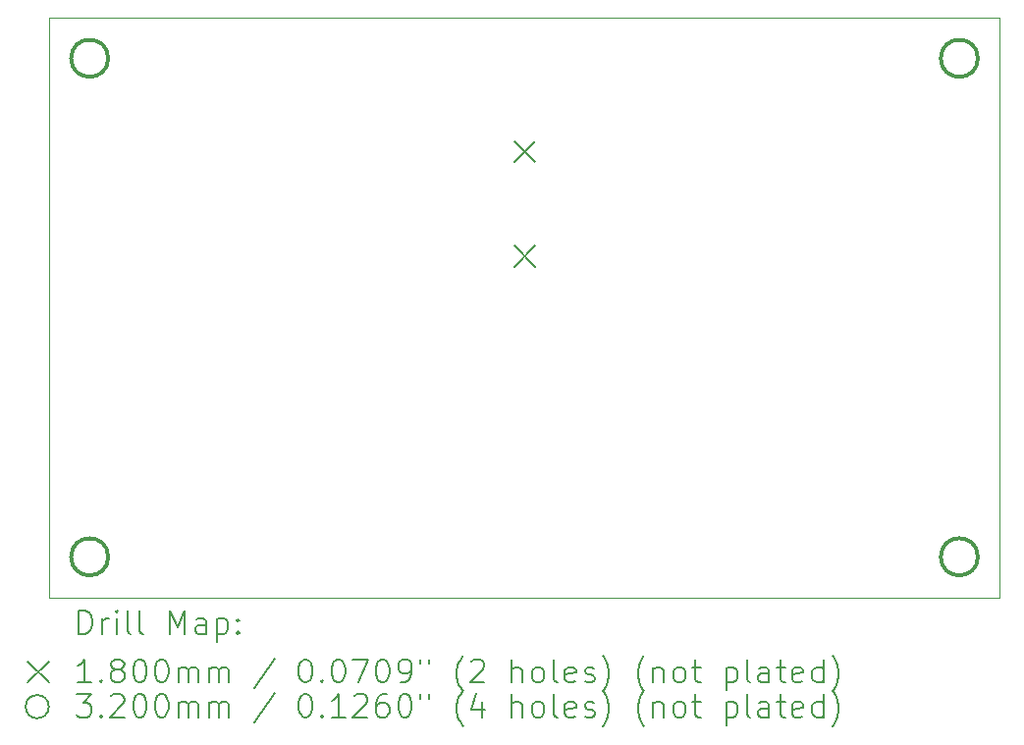
<source format=gbr>
%TF.GenerationSoftware,KiCad,Pcbnew,8.0.5*%
%TF.CreationDate,2025-02-08T21:50:04+08:00*%
%TF.ProjectId,arduino_solar_bikelight_2,61726475-696e-46f5-9f73-6f6c61725f62,rev?*%
%TF.SameCoordinates,Original*%
%TF.FileFunction,Drillmap*%
%TF.FilePolarity,Positive*%
%FSLAX45Y45*%
G04 Gerber Fmt 4.5, Leading zero omitted, Abs format (unit mm)*
G04 Created by KiCad (PCBNEW 8.0.5) date 2025-02-08 21:50:04*
%MOMM*%
%LPD*%
G01*
G04 APERTURE LIST*
%ADD10C,0.050000*%
%ADD11C,0.200000*%
%ADD12C,0.180000*%
%ADD13C,0.320000*%
G04 APERTURE END LIST*
D10*
X12266500Y-3683000D02*
X20466500Y-3683000D01*
X20466500Y-8683000D01*
X12266500Y-8683000D01*
X12266500Y-3683000D01*
D11*
D12*
X16276500Y-4749500D02*
X16456500Y-4929500D01*
X16456500Y-4749500D02*
X16276500Y-4929500D01*
X16276500Y-5649500D02*
X16456500Y-5829500D01*
X16456500Y-5649500D02*
X16276500Y-5829500D01*
D13*
X12776500Y-4033000D02*
G75*
G02*
X12456500Y-4033000I-160000J0D01*
G01*
X12456500Y-4033000D02*
G75*
G02*
X12776500Y-4033000I160000J0D01*
G01*
X12776500Y-8333000D02*
G75*
G02*
X12456500Y-8333000I-160000J0D01*
G01*
X12456500Y-8333000D02*
G75*
G02*
X12776500Y-8333000I160000J0D01*
G01*
X20276500Y-4033000D02*
G75*
G02*
X19956500Y-4033000I-160000J0D01*
G01*
X19956500Y-4033000D02*
G75*
G02*
X20276500Y-4033000I160000J0D01*
G01*
X20276500Y-8333000D02*
G75*
G02*
X19956500Y-8333000I-160000J0D01*
G01*
X19956500Y-8333000D02*
G75*
G02*
X20276500Y-8333000I160000J0D01*
G01*
D11*
X12524777Y-8996984D02*
X12524777Y-8796984D01*
X12524777Y-8796984D02*
X12572396Y-8796984D01*
X12572396Y-8796984D02*
X12600967Y-8806508D01*
X12600967Y-8806508D02*
X12620015Y-8825555D01*
X12620015Y-8825555D02*
X12629539Y-8844603D01*
X12629539Y-8844603D02*
X12639062Y-8882698D01*
X12639062Y-8882698D02*
X12639062Y-8911270D01*
X12639062Y-8911270D02*
X12629539Y-8949365D01*
X12629539Y-8949365D02*
X12620015Y-8968412D01*
X12620015Y-8968412D02*
X12600967Y-8987460D01*
X12600967Y-8987460D02*
X12572396Y-8996984D01*
X12572396Y-8996984D02*
X12524777Y-8996984D01*
X12724777Y-8996984D02*
X12724777Y-8863650D01*
X12724777Y-8901746D02*
X12734301Y-8882698D01*
X12734301Y-8882698D02*
X12743824Y-8873174D01*
X12743824Y-8873174D02*
X12762872Y-8863650D01*
X12762872Y-8863650D02*
X12781920Y-8863650D01*
X12848586Y-8996984D02*
X12848586Y-8863650D01*
X12848586Y-8796984D02*
X12839062Y-8806508D01*
X12839062Y-8806508D02*
X12848586Y-8816031D01*
X12848586Y-8816031D02*
X12858110Y-8806508D01*
X12858110Y-8806508D02*
X12848586Y-8796984D01*
X12848586Y-8796984D02*
X12848586Y-8816031D01*
X12972396Y-8996984D02*
X12953348Y-8987460D01*
X12953348Y-8987460D02*
X12943824Y-8968412D01*
X12943824Y-8968412D02*
X12943824Y-8796984D01*
X13077158Y-8996984D02*
X13058110Y-8987460D01*
X13058110Y-8987460D02*
X13048586Y-8968412D01*
X13048586Y-8968412D02*
X13048586Y-8796984D01*
X13305729Y-8996984D02*
X13305729Y-8796984D01*
X13305729Y-8796984D02*
X13372396Y-8939841D01*
X13372396Y-8939841D02*
X13439062Y-8796984D01*
X13439062Y-8796984D02*
X13439062Y-8996984D01*
X13620015Y-8996984D02*
X13620015Y-8892222D01*
X13620015Y-8892222D02*
X13610491Y-8873174D01*
X13610491Y-8873174D02*
X13591443Y-8863650D01*
X13591443Y-8863650D02*
X13553348Y-8863650D01*
X13553348Y-8863650D02*
X13534301Y-8873174D01*
X13620015Y-8987460D02*
X13600967Y-8996984D01*
X13600967Y-8996984D02*
X13553348Y-8996984D01*
X13553348Y-8996984D02*
X13534301Y-8987460D01*
X13534301Y-8987460D02*
X13524777Y-8968412D01*
X13524777Y-8968412D02*
X13524777Y-8949365D01*
X13524777Y-8949365D02*
X13534301Y-8930317D01*
X13534301Y-8930317D02*
X13553348Y-8920793D01*
X13553348Y-8920793D02*
X13600967Y-8920793D01*
X13600967Y-8920793D02*
X13620015Y-8911270D01*
X13715253Y-8863650D02*
X13715253Y-9063650D01*
X13715253Y-8873174D02*
X13734301Y-8863650D01*
X13734301Y-8863650D02*
X13772396Y-8863650D01*
X13772396Y-8863650D02*
X13791443Y-8873174D01*
X13791443Y-8873174D02*
X13800967Y-8882698D01*
X13800967Y-8882698D02*
X13810491Y-8901746D01*
X13810491Y-8901746D02*
X13810491Y-8958889D01*
X13810491Y-8958889D02*
X13800967Y-8977936D01*
X13800967Y-8977936D02*
X13791443Y-8987460D01*
X13791443Y-8987460D02*
X13772396Y-8996984D01*
X13772396Y-8996984D02*
X13734301Y-8996984D01*
X13734301Y-8996984D02*
X13715253Y-8987460D01*
X13896205Y-8977936D02*
X13905729Y-8987460D01*
X13905729Y-8987460D02*
X13896205Y-8996984D01*
X13896205Y-8996984D02*
X13886682Y-8987460D01*
X13886682Y-8987460D02*
X13896205Y-8977936D01*
X13896205Y-8977936D02*
X13896205Y-8996984D01*
X13896205Y-8873174D02*
X13905729Y-8882698D01*
X13905729Y-8882698D02*
X13896205Y-8892222D01*
X13896205Y-8892222D02*
X13886682Y-8882698D01*
X13886682Y-8882698D02*
X13896205Y-8873174D01*
X13896205Y-8873174D02*
X13896205Y-8892222D01*
D12*
X12084000Y-9235500D02*
X12264000Y-9415500D01*
X12264000Y-9235500D02*
X12084000Y-9415500D01*
D11*
X12629539Y-9416984D02*
X12515253Y-9416984D01*
X12572396Y-9416984D02*
X12572396Y-9216984D01*
X12572396Y-9216984D02*
X12553348Y-9245555D01*
X12553348Y-9245555D02*
X12534301Y-9264603D01*
X12534301Y-9264603D02*
X12515253Y-9274127D01*
X12715253Y-9397936D02*
X12724777Y-9407460D01*
X12724777Y-9407460D02*
X12715253Y-9416984D01*
X12715253Y-9416984D02*
X12705729Y-9407460D01*
X12705729Y-9407460D02*
X12715253Y-9397936D01*
X12715253Y-9397936D02*
X12715253Y-9416984D01*
X12839062Y-9302698D02*
X12820015Y-9293174D01*
X12820015Y-9293174D02*
X12810491Y-9283650D01*
X12810491Y-9283650D02*
X12800967Y-9264603D01*
X12800967Y-9264603D02*
X12800967Y-9255079D01*
X12800967Y-9255079D02*
X12810491Y-9236031D01*
X12810491Y-9236031D02*
X12820015Y-9226508D01*
X12820015Y-9226508D02*
X12839062Y-9216984D01*
X12839062Y-9216984D02*
X12877158Y-9216984D01*
X12877158Y-9216984D02*
X12896205Y-9226508D01*
X12896205Y-9226508D02*
X12905729Y-9236031D01*
X12905729Y-9236031D02*
X12915253Y-9255079D01*
X12915253Y-9255079D02*
X12915253Y-9264603D01*
X12915253Y-9264603D02*
X12905729Y-9283650D01*
X12905729Y-9283650D02*
X12896205Y-9293174D01*
X12896205Y-9293174D02*
X12877158Y-9302698D01*
X12877158Y-9302698D02*
X12839062Y-9302698D01*
X12839062Y-9302698D02*
X12820015Y-9312222D01*
X12820015Y-9312222D02*
X12810491Y-9321746D01*
X12810491Y-9321746D02*
X12800967Y-9340793D01*
X12800967Y-9340793D02*
X12800967Y-9378889D01*
X12800967Y-9378889D02*
X12810491Y-9397936D01*
X12810491Y-9397936D02*
X12820015Y-9407460D01*
X12820015Y-9407460D02*
X12839062Y-9416984D01*
X12839062Y-9416984D02*
X12877158Y-9416984D01*
X12877158Y-9416984D02*
X12896205Y-9407460D01*
X12896205Y-9407460D02*
X12905729Y-9397936D01*
X12905729Y-9397936D02*
X12915253Y-9378889D01*
X12915253Y-9378889D02*
X12915253Y-9340793D01*
X12915253Y-9340793D02*
X12905729Y-9321746D01*
X12905729Y-9321746D02*
X12896205Y-9312222D01*
X12896205Y-9312222D02*
X12877158Y-9302698D01*
X13039062Y-9216984D02*
X13058110Y-9216984D01*
X13058110Y-9216984D02*
X13077158Y-9226508D01*
X13077158Y-9226508D02*
X13086682Y-9236031D01*
X13086682Y-9236031D02*
X13096205Y-9255079D01*
X13096205Y-9255079D02*
X13105729Y-9293174D01*
X13105729Y-9293174D02*
X13105729Y-9340793D01*
X13105729Y-9340793D02*
X13096205Y-9378889D01*
X13096205Y-9378889D02*
X13086682Y-9397936D01*
X13086682Y-9397936D02*
X13077158Y-9407460D01*
X13077158Y-9407460D02*
X13058110Y-9416984D01*
X13058110Y-9416984D02*
X13039062Y-9416984D01*
X13039062Y-9416984D02*
X13020015Y-9407460D01*
X13020015Y-9407460D02*
X13010491Y-9397936D01*
X13010491Y-9397936D02*
X13000967Y-9378889D01*
X13000967Y-9378889D02*
X12991443Y-9340793D01*
X12991443Y-9340793D02*
X12991443Y-9293174D01*
X12991443Y-9293174D02*
X13000967Y-9255079D01*
X13000967Y-9255079D02*
X13010491Y-9236031D01*
X13010491Y-9236031D02*
X13020015Y-9226508D01*
X13020015Y-9226508D02*
X13039062Y-9216984D01*
X13229539Y-9216984D02*
X13248586Y-9216984D01*
X13248586Y-9216984D02*
X13267634Y-9226508D01*
X13267634Y-9226508D02*
X13277158Y-9236031D01*
X13277158Y-9236031D02*
X13286682Y-9255079D01*
X13286682Y-9255079D02*
X13296205Y-9293174D01*
X13296205Y-9293174D02*
X13296205Y-9340793D01*
X13296205Y-9340793D02*
X13286682Y-9378889D01*
X13286682Y-9378889D02*
X13277158Y-9397936D01*
X13277158Y-9397936D02*
X13267634Y-9407460D01*
X13267634Y-9407460D02*
X13248586Y-9416984D01*
X13248586Y-9416984D02*
X13229539Y-9416984D01*
X13229539Y-9416984D02*
X13210491Y-9407460D01*
X13210491Y-9407460D02*
X13200967Y-9397936D01*
X13200967Y-9397936D02*
X13191443Y-9378889D01*
X13191443Y-9378889D02*
X13181920Y-9340793D01*
X13181920Y-9340793D02*
X13181920Y-9293174D01*
X13181920Y-9293174D02*
X13191443Y-9255079D01*
X13191443Y-9255079D02*
X13200967Y-9236031D01*
X13200967Y-9236031D02*
X13210491Y-9226508D01*
X13210491Y-9226508D02*
X13229539Y-9216984D01*
X13381920Y-9416984D02*
X13381920Y-9283650D01*
X13381920Y-9302698D02*
X13391443Y-9293174D01*
X13391443Y-9293174D02*
X13410491Y-9283650D01*
X13410491Y-9283650D02*
X13439063Y-9283650D01*
X13439063Y-9283650D02*
X13458110Y-9293174D01*
X13458110Y-9293174D02*
X13467634Y-9312222D01*
X13467634Y-9312222D02*
X13467634Y-9416984D01*
X13467634Y-9312222D02*
X13477158Y-9293174D01*
X13477158Y-9293174D02*
X13496205Y-9283650D01*
X13496205Y-9283650D02*
X13524777Y-9283650D01*
X13524777Y-9283650D02*
X13543824Y-9293174D01*
X13543824Y-9293174D02*
X13553348Y-9312222D01*
X13553348Y-9312222D02*
X13553348Y-9416984D01*
X13648586Y-9416984D02*
X13648586Y-9283650D01*
X13648586Y-9302698D02*
X13658110Y-9293174D01*
X13658110Y-9293174D02*
X13677158Y-9283650D01*
X13677158Y-9283650D02*
X13705729Y-9283650D01*
X13705729Y-9283650D02*
X13724777Y-9293174D01*
X13724777Y-9293174D02*
X13734301Y-9312222D01*
X13734301Y-9312222D02*
X13734301Y-9416984D01*
X13734301Y-9312222D02*
X13743824Y-9293174D01*
X13743824Y-9293174D02*
X13762872Y-9283650D01*
X13762872Y-9283650D02*
X13791443Y-9283650D01*
X13791443Y-9283650D02*
X13810491Y-9293174D01*
X13810491Y-9293174D02*
X13820015Y-9312222D01*
X13820015Y-9312222D02*
X13820015Y-9416984D01*
X14210491Y-9207460D02*
X14039063Y-9464603D01*
X14467634Y-9216984D02*
X14486682Y-9216984D01*
X14486682Y-9216984D02*
X14505729Y-9226508D01*
X14505729Y-9226508D02*
X14515253Y-9236031D01*
X14515253Y-9236031D02*
X14524777Y-9255079D01*
X14524777Y-9255079D02*
X14534301Y-9293174D01*
X14534301Y-9293174D02*
X14534301Y-9340793D01*
X14534301Y-9340793D02*
X14524777Y-9378889D01*
X14524777Y-9378889D02*
X14515253Y-9397936D01*
X14515253Y-9397936D02*
X14505729Y-9407460D01*
X14505729Y-9407460D02*
X14486682Y-9416984D01*
X14486682Y-9416984D02*
X14467634Y-9416984D01*
X14467634Y-9416984D02*
X14448586Y-9407460D01*
X14448586Y-9407460D02*
X14439063Y-9397936D01*
X14439063Y-9397936D02*
X14429539Y-9378889D01*
X14429539Y-9378889D02*
X14420015Y-9340793D01*
X14420015Y-9340793D02*
X14420015Y-9293174D01*
X14420015Y-9293174D02*
X14429539Y-9255079D01*
X14429539Y-9255079D02*
X14439063Y-9236031D01*
X14439063Y-9236031D02*
X14448586Y-9226508D01*
X14448586Y-9226508D02*
X14467634Y-9216984D01*
X14620015Y-9397936D02*
X14629539Y-9407460D01*
X14629539Y-9407460D02*
X14620015Y-9416984D01*
X14620015Y-9416984D02*
X14610491Y-9407460D01*
X14610491Y-9407460D02*
X14620015Y-9397936D01*
X14620015Y-9397936D02*
X14620015Y-9416984D01*
X14753348Y-9216984D02*
X14772396Y-9216984D01*
X14772396Y-9216984D02*
X14791444Y-9226508D01*
X14791444Y-9226508D02*
X14800967Y-9236031D01*
X14800967Y-9236031D02*
X14810491Y-9255079D01*
X14810491Y-9255079D02*
X14820015Y-9293174D01*
X14820015Y-9293174D02*
X14820015Y-9340793D01*
X14820015Y-9340793D02*
X14810491Y-9378889D01*
X14810491Y-9378889D02*
X14800967Y-9397936D01*
X14800967Y-9397936D02*
X14791444Y-9407460D01*
X14791444Y-9407460D02*
X14772396Y-9416984D01*
X14772396Y-9416984D02*
X14753348Y-9416984D01*
X14753348Y-9416984D02*
X14734301Y-9407460D01*
X14734301Y-9407460D02*
X14724777Y-9397936D01*
X14724777Y-9397936D02*
X14715253Y-9378889D01*
X14715253Y-9378889D02*
X14705729Y-9340793D01*
X14705729Y-9340793D02*
X14705729Y-9293174D01*
X14705729Y-9293174D02*
X14715253Y-9255079D01*
X14715253Y-9255079D02*
X14724777Y-9236031D01*
X14724777Y-9236031D02*
X14734301Y-9226508D01*
X14734301Y-9226508D02*
X14753348Y-9216984D01*
X14886682Y-9216984D02*
X15020015Y-9216984D01*
X15020015Y-9216984D02*
X14934301Y-9416984D01*
X15134301Y-9216984D02*
X15153348Y-9216984D01*
X15153348Y-9216984D02*
X15172396Y-9226508D01*
X15172396Y-9226508D02*
X15181920Y-9236031D01*
X15181920Y-9236031D02*
X15191444Y-9255079D01*
X15191444Y-9255079D02*
X15200967Y-9293174D01*
X15200967Y-9293174D02*
X15200967Y-9340793D01*
X15200967Y-9340793D02*
X15191444Y-9378889D01*
X15191444Y-9378889D02*
X15181920Y-9397936D01*
X15181920Y-9397936D02*
X15172396Y-9407460D01*
X15172396Y-9407460D02*
X15153348Y-9416984D01*
X15153348Y-9416984D02*
X15134301Y-9416984D01*
X15134301Y-9416984D02*
X15115253Y-9407460D01*
X15115253Y-9407460D02*
X15105729Y-9397936D01*
X15105729Y-9397936D02*
X15096206Y-9378889D01*
X15096206Y-9378889D02*
X15086682Y-9340793D01*
X15086682Y-9340793D02*
X15086682Y-9293174D01*
X15086682Y-9293174D02*
X15096206Y-9255079D01*
X15096206Y-9255079D02*
X15105729Y-9236031D01*
X15105729Y-9236031D02*
X15115253Y-9226508D01*
X15115253Y-9226508D02*
X15134301Y-9216984D01*
X15296206Y-9416984D02*
X15334301Y-9416984D01*
X15334301Y-9416984D02*
X15353348Y-9407460D01*
X15353348Y-9407460D02*
X15362872Y-9397936D01*
X15362872Y-9397936D02*
X15381920Y-9369365D01*
X15381920Y-9369365D02*
X15391444Y-9331270D01*
X15391444Y-9331270D02*
X15391444Y-9255079D01*
X15391444Y-9255079D02*
X15381920Y-9236031D01*
X15381920Y-9236031D02*
X15372396Y-9226508D01*
X15372396Y-9226508D02*
X15353348Y-9216984D01*
X15353348Y-9216984D02*
X15315253Y-9216984D01*
X15315253Y-9216984D02*
X15296206Y-9226508D01*
X15296206Y-9226508D02*
X15286682Y-9236031D01*
X15286682Y-9236031D02*
X15277158Y-9255079D01*
X15277158Y-9255079D02*
X15277158Y-9302698D01*
X15277158Y-9302698D02*
X15286682Y-9321746D01*
X15286682Y-9321746D02*
X15296206Y-9331270D01*
X15296206Y-9331270D02*
X15315253Y-9340793D01*
X15315253Y-9340793D02*
X15353348Y-9340793D01*
X15353348Y-9340793D02*
X15372396Y-9331270D01*
X15372396Y-9331270D02*
X15381920Y-9321746D01*
X15381920Y-9321746D02*
X15391444Y-9302698D01*
X15467634Y-9216984D02*
X15467634Y-9255079D01*
X15543825Y-9216984D02*
X15543825Y-9255079D01*
X15839063Y-9493174D02*
X15829539Y-9483650D01*
X15829539Y-9483650D02*
X15810491Y-9455079D01*
X15810491Y-9455079D02*
X15800968Y-9436031D01*
X15800968Y-9436031D02*
X15791444Y-9407460D01*
X15791444Y-9407460D02*
X15781920Y-9359841D01*
X15781920Y-9359841D02*
X15781920Y-9321746D01*
X15781920Y-9321746D02*
X15791444Y-9274127D01*
X15791444Y-9274127D02*
X15800968Y-9245555D01*
X15800968Y-9245555D02*
X15810491Y-9226508D01*
X15810491Y-9226508D02*
X15829539Y-9197936D01*
X15829539Y-9197936D02*
X15839063Y-9188412D01*
X15905729Y-9236031D02*
X15915253Y-9226508D01*
X15915253Y-9226508D02*
X15934301Y-9216984D01*
X15934301Y-9216984D02*
X15981920Y-9216984D01*
X15981920Y-9216984D02*
X16000968Y-9226508D01*
X16000968Y-9226508D02*
X16010491Y-9236031D01*
X16010491Y-9236031D02*
X16020015Y-9255079D01*
X16020015Y-9255079D02*
X16020015Y-9274127D01*
X16020015Y-9274127D02*
X16010491Y-9302698D01*
X16010491Y-9302698D02*
X15896206Y-9416984D01*
X15896206Y-9416984D02*
X16020015Y-9416984D01*
X16258110Y-9416984D02*
X16258110Y-9216984D01*
X16343825Y-9416984D02*
X16343825Y-9312222D01*
X16343825Y-9312222D02*
X16334301Y-9293174D01*
X16334301Y-9293174D02*
X16315253Y-9283650D01*
X16315253Y-9283650D02*
X16286682Y-9283650D01*
X16286682Y-9283650D02*
X16267634Y-9293174D01*
X16267634Y-9293174D02*
X16258110Y-9302698D01*
X16467634Y-9416984D02*
X16448587Y-9407460D01*
X16448587Y-9407460D02*
X16439063Y-9397936D01*
X16439063Y-9397936D02*
X16429539Y-9378889D01*
X16429539Y-9378889D02*
X16429539Y-9321746D01*
X16429539Y-9321746D02*
X16439063Y-9302698D01*
X16439063Y-9302698D02*
X16448587Y-9293174D01*
X16448587Y-9293174D02*
X16467634Y-9283650D01*
X16467634Y-9283650D02*
X16496206Y-9283650D01*
X16496206Y-9283650D02*
X16515253Y-9293174D01*
X16515253Y-9293174D02*
X16524777Y-9302698D01*
X16524777Y-9302698D02*
X16534301Y-9321746D01*
X16534301Y-9321746D02*
X16534301Y-9378889D01*
X16534301Y-9378889D02*
X16524777Y-9397936D01*
X16524777Y-9397936D02*
X16515253Y-9407460D01*
X16515253Y-9407460D02*
X16496206Y-9416984D01*
X16496206Y-9416984D02*
X16467634Y-9416984D01*
X16648587Y-9416984D02*
X16629539Y-9407460D01*
X16629539Y-9407460D02*
X16620015Y-9388412D01*
X16620015Y-9388412D02*
X16620015Y-9216984D01*
X16800968Y-9407460D02*
X16781920Y-9416984D01*
X16781920Y-9416984D02*
X16743825Y-9416984D01*
X16743825Y-9416984D02*
X16724777Y-9407460D01*
X16724777Y-9407460D02*
X16715253Y-9388412D01*
X16715253Y-9388412D02*
X16715253Y-9312222D01*
X16715253Y-9312222D02*
X16724777Y-9293174D01*
X16724777Y-9293174D02*
X16743825Y-9283650D01*
X16743825Y-9283650D02*
X16781920Y-9283650D01*
X16781920Y-9283650D02*
X16800968Y-9293174D01*
X16800968Y-9293174D02*
X16810492Y-9312222D01*
X16810492Y-9312222D02*
X16810492Y-9331270D01*
X16810492Y-9331270D02*
X16715253Y-9350317D01*
X16886682Y-9407460D02*
X16905730Y-9416984D01*
X16905730Y-9416984D02*
X16943825Y-9416984D01*
X16943825Y-9416984D02*
X16962873Y-9407460D01*
X16962873Y-9407460D02*
X16972396Y-9388412D01*
X16972396Y-9388412D02*
X16972396Y-9378889D01*
X16972396Y-9378889D02*
X16962873Y-9359841D01*
X16962873Y-9359841D02*
X16943825Y-9350317D01*
X16943825Y-9350317D02*
X16915253Y-9350317D01*
X16915253Y-9350317D02*
X16896206Y-9340793D01*
X16896206Y-9340793D02*
X16886682Y-9321746D01*
X16886682Y-9321746D02*
X16886682Y-9312222D01*
X16886682Y-9312222D02*
X16896206Y-9293174D01*
X16896206Y-9293174D02*
X16915253Y-9283650D01*
X16915253Y-9283650D02*
X16943825Y-9283650D01*
X16943825Y-9283650D02*
X16962873Y-9293174D01*
X17039063Y-9493174D02*
X17048587Y-9483650D01*
X17048587Y-9483650D02*
X17067634Y-9455079D01*
X17067634Y-9455079D02*
X17077158Y-9436031D01*
X17077158Y-9436031D02*
X17086682Y-9407460D01*
X17086682Y-9407460D02*
X17096206Y-9359841D01*
X17096206Y-9359841D02*
X17096206Y-9321746D01*
X17096206Y-9321746D02*
X17086682Y-9274127D01*
X17086682Y-9274127D02*
X17077158Y-9245555D01*
X17077158Y-9245555D02*
X17067634Y-9226508D01*
X17067634Y-9226508D02*
X17048587Y-9197936D01*
X17048587Y-9197936D02*
X17039063Y-9188412D01*
X17400968Y-9493174D02*
X17391444Y-9483650D01*
X17391444Y-9483650D02*
X17372396Y-9455079D01*
X17372396Y-9455079D02*
X17362873Y-9436031D01*
X17362873Y-9436031D02*
X17353349Y-9407460D01*
X17353349Y-9407460D02*
X17343825Y-9359841D01*
X17343825Y-9359841D02*
X17343825Y-9321746D01*
X17343825Y-9321746D02*
X17353349Y-9274127D01*
X17353349Y-9274127D02*
X17362873Y-9245555D01*
X17362873Y-9245555D02*
X17372396Y-9226508D01*
X17372396Y-9226508D02*
X17391444Y-9197936D01*
X17391444Y-9197936D02*
X17400968Y-9188412D01*
X17477158Y-9283650D02*
X17477158Y-9416984D01*
X17477158Y-9302698D02*
X17486682Y-9293174D01*
X17486682Y-9293174D02*
X17505730Y-9283650D01*
X17505730Y-9283650D02*
X17534301Y-9283650D01*
X17534301Y-9283650D02*
X17553349Y-9293174D01*
X17553349Y-9293174D02*
X17562873Y-9312222D01*
X17562873Y-9312222D02*
X17562873Y-9416984D01*
X17686682Y-9416984D02*
X17667634Y-9407460D01*
X17667634Y-9407460D02*
X17658111Y-9397936D01*
X17658111Y-9397936D02*
X17648587Y-9378889D01*
X17648587Y-9378889D02*
X17648587Y-9321746D01*
X17648587Y-9321746D02*
X17658111Y-9302698D01*
X17658111Y-9302698D02*
X17667634Y-9293174D01*
X17667634Y-9293174D02*
X17686682Y-9283650D01*
X17686682Y-9283650D02*
X17715254Y-9283650D01*
X17715254Y-9283650D02*
X17734301Y-9293174D01*
X17734301Y-9293174D02*
X17743825Y-9302698D01*
X17743825Y-9302698D02*
X17753349Y-9321746D01*
X17753349Y-9321746D02*
X17753349Y-9378889D01*
X17753349Y-9378889D02*
X17743825Y-9397936D01*
X17743825Y-9397936D02*
X17734301Y-9407460D01*
X17734301Y-9407460D02*
X17715254Y-9416984D01*
X17715254Y-9416984D02*
X17686682Y-9416984D01*
X17810492Y-9283650D02*
X17886682Y-9283650D01*
X17839063Y-9216984D02*
X17839063Y-9388412D01*
X17839063Y-9388412D02*
X17848587Y-9407460D01*
X17848587Y-9407460D02*
X17867634Y-9416984D01*
X17867634Y-9416984D02*
X17886682Y-9416984D01*
X18105730Y-9283650D02*
X18105730Y-9483650D01*
X18105730Y-9293174D02*
X18124777Y-9283650D01*
X18124777Y-9283650D02*
X18162873Y-9283650D01*
X18162873Y-9283650D02*
X18181920Y-9293174D01*
X18181920Y-9293174D02*
X18191444Y-9302698D01*
X18191444Y-9302698D02*
X18200968Y-9321746D01*
X18200968Y-9321746D02*
X18200968Y-9378889D01*
X18200968Y-9378889D02*
X18191444Y-9397936D01*
X18191444Y-9397936D02*
X18181920Y-9407460D01*
X18181920Y-9407460D02*
X18162873Y-9416984D01*
X18162873Y-9416984D02*
X18124777Y-9416984D01*
X18124777Y-9416984D02*
X18105730Y-9407460D01*
X18315254Y-9416984D02*
X18296206Y-9407460D01*
X18296206Y-9407460D02*
X18286682Y-9388412D01*
X18286682Y-9388412D02*
X18286682Y-9216984D01*
X18477158Y-9416984D02*
X18477158Y-9312222D01*
X18477158Y-9312222D02*
X18467635Y-9293174D01*
X18467635Y-9293174D02*
X18448587Y-9283650D01*
X18448587Y-9283650D02*
X18410492Y-9283650D01*
X18410492Y-9283650D02*
X18391444Y-9293174D01*
X18477158Y-9407460D02*
X18458111Y-9416984D01*
X18458111Y-9416984D02*
X18410492Y-9416984D01*
X18410492Y-9416984D02*
X18391444Y-9407460D01*
X18391444Y-9407460D02*
X18381920Y-9388412D01*
X18381920Y-9388412D02*
X18381920Y-9369365D01*
X18381920Y-9369365D02*
X18391444Y-9350317D01*
X18391444Y-9350317D02*
X18410492Y-9340793D01*
X18410492Y-9340793D02*
X18458111Y-9340793D01*
X18458111Y-9340793D02*
X18477158Y-9331270D01*
X18543825Y-9283650D02*
X18620015Y-9283650D01*
X18572396Y-9216984D02*
X18572396Y-9388412D01*
X18572396Y-9388412D02*
X18581920Y-9407460D01*
X18581920Y-9407460D02*
X18600968Y-9416984D01*
X18600968Y-9416984D02*
X18620015Y-9416984D01*
X18762873Y-9407460D02*
X18743825Y-9416984D01*
X18743825Y-9416984D02*
X18705730Y-9416984D01*
X18705730Y-9416984D02*
X18686682Y-9407460D01*
X18686682Y-9407460D02*
X18677158Y-9388412D01*
X18677158Y-9388412D02*
X18677158Y-9312222D01*
X18677158Y-9312222D02*
X18686682Y-9293174D01*
X18686682Y-9293174D02*
X18705730Y-9283650D01*
X18705730Y-9283650D02*
X18743825Y-9283650D01*
X18743825Y-9283650D02*
X18762873Y-9293174D01*
X18762873Y-9293174D02*
X18772396Y-9312222D01*
X18772396Y-9312222D02*
X18772396Y-9331270D01*
X18772396Y-9331270D02*
X18677158Y-9350317D01*
X18943825Y-9416984D02*
X18943825Y-9216984D01*
X18943825Y-9407460D02*
X18924777Y-9416984D01*
X18924777Y-9416984D02*
X18886682Y-9416984D01*
X18886682Y-9416984D02*
X18867635Y-9407460D01*
X18867635Y-9407460D02*
X18858111Y-9397936D01*
X18858111Y-9397936D02*
X18848587Y-9378889D01*
X18848587Y-9378889D02*
X18848587Y-9321746D01*
X18848587Y-9321746D02*
X18858111Y-9302698D01*
X18858111Y-9302698D02*
X18867635Y-9293174D01*
X18867635Y-9293174D02*
X18886682Y-9283650D01*
X18886682Y-9283650D02*
X18924777Y-9283650D01*
X18924777Y-9283650D02*
X18943825Y-9293174D01*
X19020016Y-9493174D02*
X19029539Y-9483650D01*
X19029539Y-9483650D02*
X19048587Y-9455079D01*
X19048587Y-9455079D02*
X19058111Y-9436031D01*
X19058111Y-9436031D02*
X19067635Y-9407460D01*
X19067635Y-9407460D02*
X19077158Y-9359841D01*
X19077158Y-9359841D02*
X19077158Y-9321746D01*
X19077158Y-9321746D02*
X19067635Y-9274127D01*
X19067635Y-9274127D02*
X19058111Y-9245555D01*
X19058111Y-9245555D02*
X19048587Y-9226508D01*
X19048587Y-9226508D02*
X19029539Y-9197936D01*
X19029539Y-9197936D02*
X19020016Y-9188412D01*
X12264000Y-9625500D02*
G75*
G02*
X12064000Y-9625500I-100000J0D01*
G01*
X12064000Y-9625500D02*
G75*
G02*
X12264000Y-9625500I100000J0D01*
G01*
X12505729Y-9516984D02*
X12629539Y-9516984D01*
X12629539Y-9516984D02*
X12562872Y-9593174D01*
X12562872Y-9593174D02*
X12591443Y-9593174D01*
X12591443Y-9593174D02*
X12610491Y-9602698D01*
X12610491Y-9602698D02*
X12620015Y-9612222D01*
X12620015Y-9612222D02*
X12629539Y-9631270D01*
X12629539Y-9631270D02*
X12629539Y-9678889D01*
X12629539Y-9678889D02*
X12620015Y-9697936D01*
X12620015Y-9697936D02*
X12610491Y-9707460D01*
X12610491Y-9707460D02*
X12591443Y-9716984D01*
X12591443Y-9716984D02*
X12534301Y-9716984D01*
X12534301Y-9716984D02*
X12515253Y-9707460D01*
X12515253Y-9707460D02*
X12505729Y-9697936D01*
X12715253Y-9697936D02*
X12724777Y-9707460D01*
X12724777Y-9707460D02*
X12715253Y-9716984D01*
X12715253Y-9716984D02*
X12705729Y-9707460D01*
X12705729Y-9707460D02*
X12715253Y-9697936D01*
X12715253Y-9697936D02*
X12715253Y-9716984D01*
X12800967Y-9536031D02*
X12810491Y-9526508D01*
X12810491Y-9526508D02*
X12829539Y-9516984D01*
X12829539Y-9516984D02*
X12877158Y-9516984D01*
X12877158Y-9516984D02*
X12896205Y-9526508D01*
X12896205Y-9526508D02*
X12905729Y-9536031D01*
X12905729Y-9536031D02*
X12915253Y-9555079D01*
X12915253Y-9555079D02*
X12915253Y-9574127D01*
X12915253Y-9574127D02*
X12905729Y-9602698D01*
X12905729Y-9602698D02*
X12791443Y-9716984D01*
X12791443Y-9716984D02*
X12915253Y-9716984D01*
X13039062Y-9516984D02*
X13058110Y-9516984D01*
X13058110Y-9516984D02*
X13077158Y-9526508D01*
X13077158Y-9526508D02*
X13086682Y-9536031D01*
X13086682Y-9536031D02*
X13096205Y-9555079D01*
X13096205Y-9555079D02*
X13105729Y-9593174D01*
X13105729Y-9593174D02*
X13105729Y-9640793D01*
X13105729Y-9640793D02*
X13096205Y-9678889D01*
X13096205Y-9678889D02*
X13086682Y-9697936D01*
X13086682Y-9697936D02*
X13077158Y-9707460D01*
X13077158Y-9707460D02*
X13058110Y-9716984D01*
X13058110Y-9716984D02*
X13039062Y-9716984D01*
X13039062Y-9716984D02*
X13020015Y-9707460D01*
X13020015Y-9707460D02*
X13010491Y-9697936D01*
X13010491Y-9697936D02*
X13000967Y-9678889D01*
X13000967Y-9678889D02*
X12991443Y-9640793D01*
X12991443Y-9640793D02*
X12991443Y-9593174D01*
X12991443Y-9593174D02*
X13000967Y-9555079D01*
X13000967Y-9555079D02*
X13010491Y-9536031D01*
X13010491Y-9536031D02*
X13020015Y-9526508D01*
X13020015Y-9526508D02*
X13039062Y-9516984D01*
X13229539Y-9516984D02*
X13248586Y-9516984D01*
X13248586Y-9516984D02*
X13267634Y-9526508D01*
X13267634Y-9526508D02*
X13277158Y-9536031D01*
X13277158Y-9536031D02*
X13286682Y-9555079D01*
X13286682Y-9555079D02*
X13296205Y-9593174D01*
X13296205Y-9593174D02*
X13296205Y-9640793D01*
X13296205Y-9640793D02*
X13286682Y-9678889D01*
X13286682Y-9678889D02*
X13277158Y-9697936D01*
X13277158Y-9697936D02*
X13267634Y-9707460D01*
X13267634Y-9707460D02*
X13248586Y-9716984D01*
X13248586Y-9716984D02*
X13229539Y-9716984D01*
X13229539Y-9716984D02*
X13210491Y-9707460D01*
X13210491Y-9707460D02*
X13200967Y-9697936D01*
X13200967Y-9697936D02*
X13191443Y-9678889D01*
X13191443Y-9678889D02*
X13181920Y-9640793D01*
X13181920Y-9640793D02*
X13181920Y-9593174D01*
X13181920Y-9593174D02*
X13191443Y-9555079D01*
X13191443Y-9555079D02*
X13200967Y-9536031D01*
X13200967Y-9536031D02*
X13210491Y-9526508D01*
X13210491Y-9526508D02*
X13229539Y-9516984D01*
X13381920Y-9716984D02*
X13381920Y-9583650D01*
X13381920Y-9602698D02*
X13391443Y-9593174D01*
X13391443Y-9593174D02*
X13410491Y-9583650D01*
X13410491Y-9583650D02*
X13439063Y-9583650D01*
X13439063Y-9583650D02*
X13458110Y-9593174D01*
X13458110Y-9593174D02*
X13467634Y-9612222D01*
X13467634Y-9612222D02*
X13467634Y-9716984D01*
X13467634Y-9612222D02*
X13477158Y-9593174D01*
X13477158Y-9593174D02*
X13496205Y-9583650D01*
X13496205Y-9583650D02*
X13524777Y-9583650D01*
X13524777Y-9583650D02*
X13543824Y-9593174D01*
X13543824Y-9593174D02*
X13553348Y-9612222D01*
X13553348Y-9612222D02*
X13553348Y-9716984D01*
X13648586Y-9716984D02*
X13648586Y-9583650D01*
X13648586Y-9602698D02*
X13658110Y-9593174D01*
X13658110Y-9593174D02*
X13677158Y-9583650D01*
X13677158Y-9583650D02*
X13705729Y-9583650D01*
X13705729Y-9583650D02*
X13724777Y-9593174D01*
X13724777Y-9593174D02*
X13734301Y-9612222D01*
X13734301Y-9612222D02*
X13734301Y-9716984D01*
X13734301Y-9612222D02*
X13743824Y-9593174D01*
X13743824Y-9593174D02*
X13762872Y-9583650D01*
X13762872Y-9583650D02*
X13791443Y-9583650D01*
X13791443Y-9583650D02*
X13810491Y-9593174D01*
X13810491Y-9593174D02*
X13820015Y-9612222D01*
X13820015Y-9612222D02*
X13820015Y-9716984D01*
X14210491Y-9507460D02*
X14039063Y-9764603D01*
X14467634Y-9516984D02*
X14486682Y-9516984D01*
X14486682Y-9516984D02*
X14505729Y-9526508D01*
X14505729Y-9526508D02*
X14515253Y-9536031D01*
X14515253Y-9536031D02*
X14524777Y-9555079D01*
X14524777Y-9555079D02*
X14534301Y-9593174D01*
X14534301Y-9593174D02*
X14534301Y-9640793D01*
X14534301Y-9640793D02*
X14524777Y-9678889D01*
X14524777Y-9678889D02*
X14515253Y-9697936D01*
X14515253Y-9697936D02*
X14505729Y-9707460D01*
X14505729Y-9707460D02*
X14486682Y-9716984D01*
X14486682Y-9716984D02*
X14467634Y-9716984D01*
X14467634Y-9716984D02*
X14448586Y-9707460D01*
X14448586Y-9707460D02*
X14439063Y-9697936D01*
X14439063Y-9697936D02*
X14429539Y-9678889D01*
X14429539Y-9678889D02*
X14420015Y-9640793D01*
X14420015Y-9640793D02*
X14420015Y-9593174D01*
X14420015Y-9593174D02*
X14429539Y-9555079D01*
X14429539Y-9555079D02*
X14439063Y-9536031D01*
X14439063Y-9536031D02*
X14448586Y-9526508D01*
X14448586Y-9526508D02*
X14467634Y-9516984D01*
X14620015Y-9697936D02*
X14629539Y-9707460D01*
X14629539Y-9707460D02*
X14620015Y-9716984D01*
X14620015Y-9716984D02*
X14610491Y-9707460D01*
X14610491Y-9707460D02*
X14620015Y-9697936D01*
X14620015Y-9697936D02*
X14620015Y-9716984D01*
X14820015Y-9716984D02*
X14705729Y-9716984D01*
X14762872Y-9716984D02*
X14762872Y-9516984D01*
X14762872Y-9516984D02*
X14743825Y-9545555D01*
X14743825Y-9545555D02*
X14724777Y-9564603D01*
X14724777Y-9564603D02*
X14705729Y-9574127D01*
X14896206Y-9536031D02*
X14905729Y-9526508D01*
X14905729Y-9526508D02*
X14924777Y-9516984D01*
X14924777Y-9516984D02*
X14972396Y-9516984D01*
X14972396Y-9516984D02*
X14991444Y-9526508D01*
X14991444Y-9526508D02*
X15000967Y-9536031D01*
X15000967Y-9536031D02*
X15010491Y-9555079D01*
X15010491Y-9555079D02*
X15010491Y-9574127D01*
X15010491Y-9574127D02*
X15000967Y-9602698D01*
X15000967Y-9602698D02*
X14886682Y-9716984D01*
X14886682Y-9716984D02*
X15010491Y-9716984D01*
X15181920Y-9516984D02*
X15143825Y-9516984D01*
X15143825Y-9516984D02*
X15124777Y-9526508D01*
X15124777Y-9526508D02*
X15115253Y-9536031D01*
X15115253Y-9536031D02*
X15096206Y-9564603D01*
X15096206Y-9564603D02*
X15086682Y-9602698D01*
X15086682Y-9602698D02*
X15086682Y-9678889D01*
X15086682Y-9678889D02*
X15096206Y-9697936D01*
X15096206Y-9697936D02*
X15105729Y-9707460D01*
X15105729Y-9707460D02*
X15124777Y-9716984D01*
X15124777Y-9716984D02*
X15162872Y-9716984D01*
X15162872Y-9716984D02*
X15181920Y-9707460D01*
X15181920Y-9707460D02*
X15191444Y-9697936D01*
X15191444Y-9697936D02*
X15200967Y-9678889D01*
X15200967Y-9678889D02*
X15200967Y-9631270D01*
X15200967Y-9631270D02*
X15191444Y-9612222D01*
X15191444Y-9612222D02*
X15181920Y-9602698D01*
X15181920Y-9602698D02*
X15162872Y-9593174D01*
X15162872Y-9593174D02*
X15124777Y-9593174D01*
X15124777Y-9593174D02*
X15105729Y-9602698D01*
X15105729Y-9602698D02*
X15096206Y-9612222D01*
X15096206Y-9612222D02*
X15086682Y-9631270D01*
X15324777Y-9516984D02*
X15343825Y-9516984D01*
X15343825Y-9516984D02*
X15362872Y-9526508D01*
X15362872Y-9526508D02*
X15372396Y-9536031D01*
X15372396Y-9536031D02*
X15381920Y-9555079D01*
X15381920Y-9555079D02*
X15391444Y-9593174D01*
X15391444Y-9593174D02*
X15391444Y-9640793D01*
X15391444Y-9640793D02*
X15381920Y-9678889D01*
X15381920Y-9678889D02*
X15372396Y-9697936D01*
X15372396Y-9697936D02*
X15362872Y-9707460D01*
X15362872Y-9707460D02*
X15343825Y-9716984D01*
X15343825Y-9716984D02*
X15324777Y-9716984D01*
X15324777Y-9716984D02*
X15305729Y-9707460D01*
X15305729Y-9707460D02*
X15296206Y-9697936D01*
X15296206Y-9697936D02*
X15286682Y-9678889D01*
X15286682Y-9678889D02*
X15277158Y-9640793D01*
X15277158Y-9640793D02*
X15277158Y-9593174D01*
X15277158Y-9593174D02*
X15286682Y-9555079D01*
X15286682Y-9555079D02*
X15296206Y-9536031D01*
X15296206Y-9536031D02*
X15305729Y-9526508D01*
X15305729Y-9526508D02*
X15324777Y-9516984D01*
X15467634Y-9516984D02*
X15467634Y-9555079D01*
X15543825Y-9516984D02*
X15543825Y-9555079D01*
X15839063Y-9793174D02*
X15829539Y-9783650D01*
X15829539Y-9783650D02*
X15810491Y-9755079D01*
X15810491Y-9755079D02*
X15800968Y-9736031D01*
X15800968Y-9736031D02*
X15791444Y-9707460D01*
X15791444Y-9707460D02*
X15781920Y-9659841D01*
X15781920Y-9659841D02*
X15781920Y-9621746D01*
X15781920Y-9621746D02*
X15791444Y-9574127D01*
X15791444Y-9574127D02*
X15800968Y-9545555D01*
X15800968Y-9545555D02*
X15810491Y-9526508D01*
X15810491Y-9526508D02*
X15829539Y-9497936D01*
X15829539Y-9497936D02*
X15839063Y-9488412D01*
X16000968Y-9583650D02*
X16000968Y-9716984D01*
X15953348Y-9507460D02*
X15905729Y-9650317D01*
X15905729Y-9650317D02*
X16029539Y-9650317D01*
X16258110Y-9716984D02*
X16258110Y-9516984D01*
X16343825Y-9716984D02*
X16343825Y-9612222D01*
X16343825Y-9612222D02*
X16334301Y-9593174D01*
X16334301Y-9593174D02*
X16315253Y-9583650D01*
X16315253Y-9583650D02*
X16286682Y-9583650D01*
X16286682Y-9583650D02*
X16267634Y-9593174D01*
X16267634Y-9593174D02*
X16258110Y-9602698D01*
X16467634Y-9716984D02*
X16448587Y-9707460D01*
X16448587Y-9707460D02*
X16439063Y-9697936D01*
X16439063Y-9697936D02*
X16429539Y-9678889D01*
X16429539Y-9678889D02*
X16429539Y-9621746D01*
X16429539Y-9621746D02*
X16439063Y-9602698D01*
X16439063Y-9602698D02*
X16448587Y-9593174D01*
X16448587Y-9593174D02*
X16467634Y-9583650D01*
X16467634Y-9583650D02*
X16496206Y-9583650D01*
X16496206Y-9583650D02*
X16515253Y-9593174D01*
X16515253Y-9593174D02*
X16524777Y-9602698D01*
X16524777Y-9602698D02*
X16534301Y-9621746D01*
X16534301Y-9621746D02*
X16534301Y-9678889D01*
X16534301Y-9678889D02*
X16524777Y-9697936D01*
X16524777Y-9697936D02*
X16515253Y-9707460D01*
X16515253Y-9707460D02*
X16496206Y-9716984D01*
X16496206Y-9716984D02*
X16467634Y-9716984D01*
X16648587Y-9716984D02*
X16629539Y-9707460D01*
X16629539Y-9707460D02*
X16620015Y-9688412D01*
X16620015Y-9688412D02*
X16620015Y-9516984D01*
X16800968Y-9707460D02*
X16781920Y-9716984D01*
X16781920Y-9716984D02*
X16743825Y-9716984D01*
X16743825Y-9716984D02*
X16724777Y-9707460D01*
X16724777Y-9707460D02*
X16715253Y-9688412D01*
X16715253Y-9688412D02*
X16715253Y-9612222D01*
X16715253Y-9612222D02*
X16724777Y-9593174D01*
X16724777Y-9593174D02*
X16743825Y-9583650D01*
X16743825Y-9583650D02*
X16781920Y-9583650D01*
X16781920Y-9583650D02*
X16800968Y-9593174D01*
X16800968Y-9593174D02*
X16810492Y-9612222D01*
X16810492Y-9612222D02*
X16810492Y-9631270D01*
X16810492Y-9631270D02*
X16715253Y-9650317D01*
X16886682Y-9707460D02*
X16905730Y-9716984D01*
X16905730Y-9716984D02*
X16943825Y-9716984D01*
X16943825Y-9716984D02*
X16962873Y-9707460D01*
X16962873Y-9707460D02*
X16972396Y-9688412D01*
X16972396Y-9688412D02*
X16972396Y-9678889D01*
X16972396Y-9678889D02*
X16962873Y-9659841D01*
X16962873Y-9659841D02*
X16943825Y-9650317D01*
X16943825Y-9650317D02*
X16915253Y-9650317D01*
X16915253Y-9650317D02*
X16896206Y-9640793D01*
X16896206Y-9640793D02*
X16886682Y-9621746D01*
X16886682Y-9621746D02*
X16886682Y-9612222D01*
X16886682Y-9612222D02*
X16896206Y-9593174D01*
X16896206Y-9593174D02*
X16915253Y-9583650D01*
X16915253Y-9583650D02*
X16943825Y-9583650D01*
X16943825Y-9583650D02*
X16962873Y-9593174D01*
X17039063Y-9793174D02*
X17048587Y-9783650D01*
X17048587Y-9783650D02*
X17067634Y-9755079D01*
X17067634Y-9755079D02*
X17077158Y-9736031D01*
X17077158Y-9736031D02*
X17086682Y-9707460D01*
X17086682Y-9707460D02*
X17096206Y-9659841D01*
X17096206Y-9659841D02*
X17096206Y-9621746D01*
X17096206Y-9621746D02*
X17086682Y-9574127D01*
X17086682Y-9574127D02*
X17077158Y-9545555D01*
X17077158Y-9545555D02*
X17067634Y-9526508D01*
X17067634Y-9526508D02*
X17048587Y-9497936D01*
X17048587Y-9497936D02*
X17039063Y-9488412D01*
X17400968Y-9793174D02*
X17391444Y-9783650D01*
X17391444Y-9783650D02*
X17372396Y-9755079D01*
X17372396Y-9755079D02*
X17362873Y-9736031D01*
X17362873Y-9736031D02*
X17353349Y-9707460D01*
X17353349Y-9707460D02*
X17343825Y-9659841D01*
X17343825Y-9659841D02*
X17343825Y-9621746D01*
X17343825Y-9621746D02*
X17353349Y-9574127D01*
X17353349Y-9574127D02*
X17362873Y-9545555D01*
X17362873Y-9545555D02*
X17372396Y-9526508D01*
X17372396Y-9526508D02*
X17391444Y-9497936D01*
X17391444Y-9497936D02*
X17400968Y-9488412D01*
X17477158Y-9583650D02*
X17477158Y-9716984D01*
X17477158Y-9602698D02*
X17486682Y-9593174D01*
X17486682Y-9593174D02*
X17505730Y-9583650D01*
X17505730Y-9583650D02*
X17534301Y-9583650D01*
X17534301Y-9583650D02*
X17553349Y-9593174D01*
X17553349Y-9593174D02*
X17562873Y-9612222D01*
X17562873Y-9612222D02*
X17562873Y-9716984D01*
X17686682Y-9716984D02*
X17667634Y-9707460D01*
X17667634Y-9707460D02*
X17658111Y-9697936D01*
X17658111Y-9697936D02*
X17648587Y-9678889D01*
X17648587Y-9678889D02*
X17648587Y-9621746D01*
X17648587Y-9621746D02*
X17658111Y-9602698D01*
X17658111Y-9602698D02*
X17667634Y-9593174D01*
X17667634Y-9593174D02*
X17686682Y-9583650D01*
X17686682Y-9583650D02*
X17715254Y-9583650D01*
X17715254Y-9583650D02*
X17734301Y-9593174D01*
X17734301Y-9593174D02*
X17743825Y-9602698D01*
X17743825Y-9602698D02*
X17753349Y-9621746D01*
X17753349Y-9621746D02*
X17753349Y-9678889D01*
X17753349Y-9678889D02*
X17743825Y-9697936D01*
X17743825Y-9697936D02*
X17734301Y-9707460D01*
X17734301Y-9707460D02*
X17715254Y-9716984D01*
X17715254Y-9716984D02*
X17686682Y-9716984D01*
X17810492Y-9583650D02*
X17886682Y-9583650D01*
X17839063Y-9516984D02*
X17839063Y-9688412D01*
X17839063Y-9688412D02*
X17848587Y-9707460D01*
X17848587Y-9707460D02*
X17867634Y-9716984D01*
X17867634Y-9716984D02*
X17886682Y-9716984D01*
X18105730Y-9583650D02*
X18105730Y-9783650D01*
X18105730Y-9593174D02*
X18124777Y-9583650D01*
X18124777Y-9583650D02*
X18162873Y-9583650D01*
X18162873Y-9583650D02*
X18181920Y-9593174D01*
X18181920Y-9593174D02*
X18191444Y-9602698D01*
X18191444Y-9602698D02*
X18200968Y-9621746D01*
X18200968Y-9621746D02*
X18200968Y-9678889D01*
X18200968Y-9678889D02*
X18191444Y-9697936D01*
X18191444Y-9697936D02*
X18181920Y-9707460D01*
X18181920Y-9707460D02*
X18162873Y-9716984D01*
X18162873Y-9716984D02*
X18124777Y-9716984D01*
X18124777Y-9716984D02*
X18105730Y-9707460D01*
X18315254Y-9716984D02*
X18296206Y-9707460D01*
X18296206Y-9707460D02*
X18286682Y-9688412D01*
X18286682Y-9688412D02*
X18286682Y-9516984D01*
X18477158Y-9716984D02*
X18477158Y-9612222D01*
X18477158Y-9612222D02*
X18467635Y-9593174D01*
X18467635Y-9593174D02*
X18448587Y-9583650D01*
X18448587Y-9583650D02*
X18410492Y-9583650D01*
X18410492Y-9583650D02*
X18391444Y-9593174D01*
X18477158Y-9707460D02*
X18458111Y-9716984D01*
X18458111Y-9716984D02*
X18410492Y-9716984D01*
X18410492Y-9716984D02*
X18391444Y-9707460D01*
X18391444Y-9707460D02*
X18381920Y-9688412D01*
X18381920Y-9688412D02*
X18381920Y-9669365D01*
X18381920Y-9669365D02*
X18391444Y-9650317D01*
X18391444Y-9650317D02*
X18410492Y-9640793D01*
X18410492Y-9640793D02*
X18458111Y-9640793D01*
X18458111Y-9640793D02*
X18477158Y-9631270D01*
X18543825Y-9583650D02*
X18620015Y-9583650D01*
X18572396Y-9516984D02*
X18572396Y-9688412D01*
X18572396Y-9688412D02*
X18581920Y-9707460D01*
X18581920Y-9707460D02*
X18600968Y-9716984D01*
X18600968Y-9716984D02*
X18620015Y-9716984D01*
X18762873Y-9707460D02*
X18743825Y-9716984D01*
X18743825Y-9716984D02*
X18705730Y-9716984D01*
X18705730Y-9716984D02*
X18686682Y-9707460D01*
X18686682Y-9707460D02*
X18677158Y-9688412D01*
X18677158Y-9688412D02*
X18677158Y-9612222D01*
X18677158Y-9612222D02*
X18686682Y-9593174D01*
X18686682Y-9593174D02*
X18705730Y-9583650D01*
X18705730Y-9583650D02*
X18743825Y-9583650D01*
X18743825Y-9583650D02*
X18762873Y-9593174D01*
X18762873Y-9593174D02*
X18772396Y-9612222D01*
X18772396Y-9612222D02*
X18772396Y-9631270D01*
X18772396Y-9631270D02*
X18677158Y-9650317D01*
X18943825Y-9716984D02*
X18943825Y-9516984D01*
X18943825Y-9707460D02*
X18924777Y-9716984D01*
X18924777Y-9716984D02*
X18886682Y-9716984D01*
X18886682Y-9716984D02*
X18867635Y-9707460D01*
X18867635Y-9707460D02*
X18858111Y-9697936D01*
X18858111Y-9697936D02*
X18848587Y-9678889D01*
X18848587Y-9678889D02*
X18848587Y-9621746D01*
X18848587Y-9621746D02*
X18858111Y-9602698D01*
X18858111Y-9602698D02*
X18867635Y-9593174D01*
X18867635Y-9593174D02*
X18886682Y-9583650D01*
X18886682Y-9583650D02*
X18924777Y-9583650D01*
X18924777Y-9583650D02*
X18943825Y-9593174D01*
X19020016Y-9793174D02*
X19029539Y-9783650D01*
X19029539Y-9783650D02*
X19048587Y-9755079D01*
X19048587Y-9755079D02*
X19058111Y-9736031D01*
X19058111Y-9736031D02*
X19067635Y-9707460D01*
X19067635Y-9707460D02*
X19077158Y-9659841D01*
X19077158Y-9659841D02*
X19077158Y-9621746D01*
X19077158Y-9621746D02*
X19067635Y-9574127D01*
X19067635Y-9574127D02*
X19058111Y-9545555D01*
X19058111Y-9545555D02*
X19048587Y-9526508D01*
X19048587Y-9526508D02*
X19029539Y-9497936D01*
X19029539Y-9497936D02*
X19020016Y-9488412D01*
M02*

</source>
